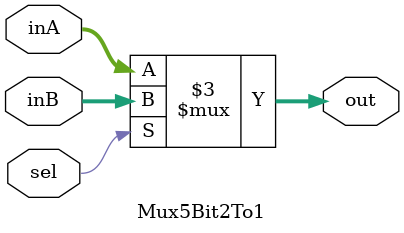
<source format=v>
`timescale 1ns / 1ps


module Mux5Bit2To1 (
    out,
    inA,
    inB,
    sel
);

  output reg [4:0] out;

  input [4:0] inA;
  input [4:0] inB;
  input sel;

  always @(*) begin
    if (sel) begin
      out <= inB;
    end else begin
      out <= inA;
    end
  end
endmodule

</source>
